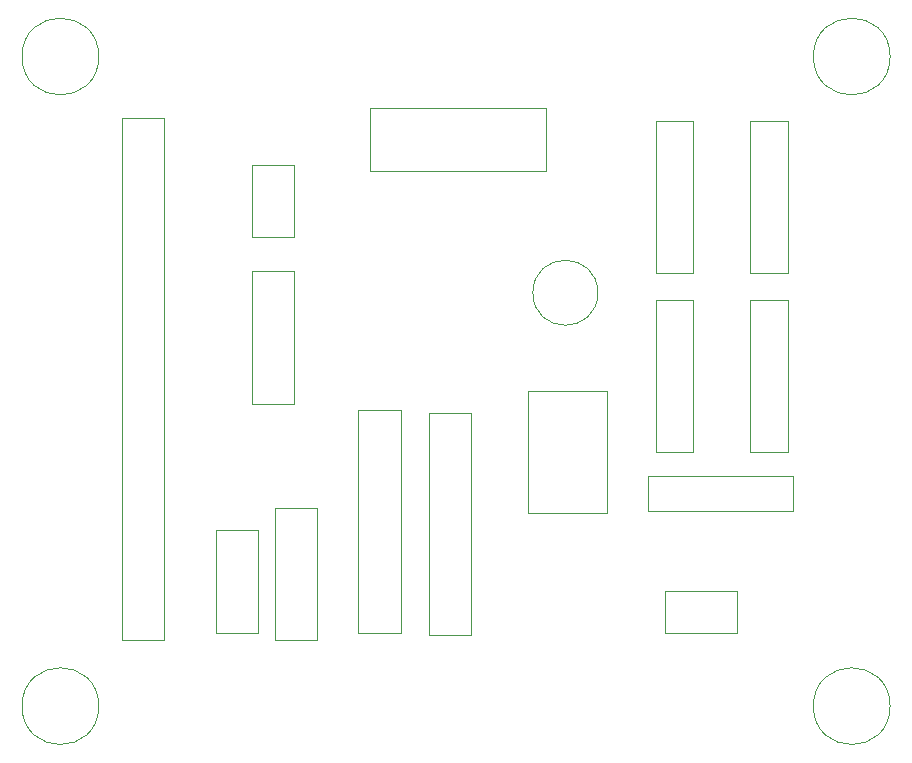
<source format=gbr>
G04 #@! TF.GenerationSoftware,KiCad,Pcbnew,(5.1.5)-3*
G04 #@! TF.CreationDate,2020-04-05T12:45:21+05:30*
G04 #@! TF.ProjectId,Con+fb(v+i),436f6e2b-6662-4287-962b-69292e6b6963,rev?*
G04 #@! TF.SameCoordinates,Original*
G04 #@! TF.FileFunction,Other,User*
%FSLAX46Y46*%
G04 Gerber Fmt 4.6, Leading zero omitted, Abs format (unit mm)*
G04 Created by KiCad (PCBNEW (5.1.5)-3) date 2020-04-05 12:45:21*
%MOMM*%
%LPD*%
G04 APERTURE LIST*
%ADD10C,0.050000*%
G04 APERTURE END LIST*
D10*
X116500000Y-107000000D02*
G75*
G03X116500000Y-107000000I-2750000J0D01*
G01*
X121400000Y-105350000D02*
X124600000Y-105350000D01*
X124600000Y-105350000D02*
X124600000Y-92490000D01*
X124600000Y-92490000D02*
X121400000Y-92490000D01*
X121400000Y-92490000D02*
X121400000Y-105350000D01*
X121400000Y-107650000D02*
X121400000Y-120510000D01*
X124600000Y-107650000D02*
X121400000Y-107650000D01*
X124600000Y-120510000D02*
X124600000Y-107650000D01*
X121400000Y-120510000D02*
X124600000Y-120510000D01*
X129400000Y-105350000D02*
X132600000Y-105350000D01*
X132600000Y-105350000D02*
X132600000Y-92490000D01*
X132600000Y-92490000D02*
X129400000Y-92490000D01*
X129400000Y-92490000D02*
X129400000Y-105350000D01*
X129400000Y-107650000D02*
X129400000Y-120510000D01*
X132600000Y-107650000D02*
X129400000Y-107650000D01*
X132600000Y-120510000D02*
X132600000Y-107650000D01*
X129400000Y-120510000D02*
X132600000Y-120510000D01*
X76200000Y-92200000D02*
X79750000Y-92200000D01*
X79750000Y-92200000D02*
X79750000Y-136400000D01*
X79750000Y-136400000D02*
X76200000Y-136400000D01*
X76200000Y-136400000D02*
X76200000Y-92200000D01*
X87200000Y-96200000D02*
X90750000Y-96200000D01*
X90750000Y-96200000D02*
X90750000Y-102300000D01*
X90750000Y-102300000D02*
X87200000Y-102300000D01*
X87200000Y-102300000D02*
X87200000Y-96200000D01*
X89200000Y-136400000D02*
X89200000Y-125200000D01*
X92750000Y-136400000D02*
X89200000Y-136400000D01*
X92750000Y-125200000D02*
X92750000Y-136400000D01*
X89200000Y-125200000D02*
X92750000Y-125200000D01*
X87200000Y-105200000D02*
X90750000Y-105200000D01*
X90750000Y-105200000D02*
X90750000Y-116400000D01*
X90750000Y-116400000D02*
X87200000Y-116400000D01*
X87200000Y-116400000D02*
X87200000Y-105200000D01*
X99800000Y-135800000D02*
X99800000Y-116950000D01*
X99800000Y-116950000D02*
X96200000Y-116950000D01*
X96200000Y-116950000D02*
X96200000Y-135800000D01*
X96200000Y-135800000D02*
X99800000Y-135800000D01*
X128300000Y-135800000D02*
X122200000Y-135800000D01*
X128300000Y-132250000D02*
X128300000Y-135800000D01*
X122200000Y-132250000D02*
X128300000Y-132250000D01*
X122200000Y-135800000D02*
X122200000Y-132250000D01*
X84200000Y-127120000D02*
X87750000Y-127120000D01*
X87750000Y-127120000D02*
X87750000Y-135770000D01*
X87750000Y-135770000D02*
X84200000Y-135770000D01*
X84200000Y-135770000D02*
X84200000Y-127120000D01*
X102200000Y-117200000D02*
X105750000Y-117200000D01*
X105750000Y-117200000D02*
X105750000Y-136000000D01*
X105750000Y-136000000D02*
X102200000Y-136000000D01*
X102200000Y-136000000D02*
X102200000Y-117200000D01*
X97250000Y-91350000D02*
X97250000Y-96650000D01*
X97250000Y-96650000D02*
X112150000Y-96650000D01*
X112150000Y-96650000D02*
X112150000Y-91350000D01*
X112150000Y-91350000D02*
X97250000Y-91350000D01*
X133050000Y-125500000D02*
X133050000Y-122500000D01*
X133050000Y-122500000D02*
X120790000Y-122500000D01*
X120790000Y-122500000D02*
X120790000Y-125500000D01*
X120790000Y-125500000D02*
X133050000Y-125500000D01*
X110550000Y-115300000D02*
X110550000Y-125650000D01*
X110550000Y-125650000D02*
X117250000Y-125650000D01*
X117250000Y-125650000D02*
X117250000Y-115300000D01*
X117250000Y-115300000D02*
X110550000Y-115300000D01*
X74250000Y-87000000D02*
G75*
G03X74250000Y-87000000I-3250000J0D01*
G01*
X141250000Y-87000000D02*
G75*
G03X141250000Y-87000000I-3250000J0D01*
G01*
X141250000Y-142000000D02*
G75*
G03X141250000Y-142000000I-3250000J0D01*
G01*
X74250000Y-142000000D02*
G75*
G03X74250000Y-142000000I-3250000J0D01*
G01*
M02*

</source>
